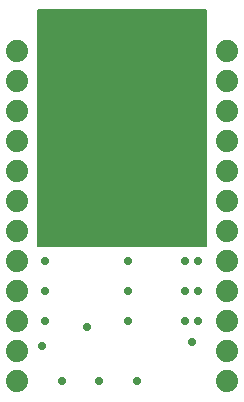
<source format=gbl>
G75*
G70*
%OFA0B0*%
%FSLAX24Y24*%
%IPPOS*%
%LPD*%
%AMOC8*
5,1,8,0,0,1.08239X$1,22.5*
%
%ADD10C,0.0740*%
%ADD11R,0.1500X0.2000*%
%ADD12C,0.0278*%
%ADD13C,0.0060*%
D10*
X001487Y001833D03*
X001487Y002833D03*
X001487Y003833D03*
X001487Y004833D03*
X001487Y005833D03*
X001487Y006833D03*
X001487Y007833D03*
X001487Y008833D03*
X001487Y009833D03*
X001487Y010833D03*
X001487Y011833D03*
X001487Y012833D03*
X008487Y012833D03*
X008487Y011833D03*
X008487Y010833D03*
X008487Y009833D03*
X008487Y008833D03*
X008487Y007833D03*
X008487Y006833D03*
X008487Y005833D03*
X008487Y004833D03*
X008487Y003833D03*
X008487Y002833D03*
X008487Y001833D03*
D11*
X006537Y013233D03*
X003437Y013233D03*
D12*
X003987Y011833D03*
X004437Y010833D03*
X005187Y009833D03*
X005187Y008833D03*
X005187Y007833D03*
X005187Y006833D03*
X005187Y005833D03*
X005187Y004833D03*
X005187Y003833D03*
X005487Y001833D03*
X004237Y001833D03*
X003817Y003633D03*
X002987Y001833D03*
X002307Y003013D03*
X002437Y003833D03*
X002437Y004833D03*
X002437Y005833D03*
X002437Y006833D03*
X002437Y007833D03*
X002437Y008833D03*
X002437Y009833D03*
X002437Y010833D03*
X002437Y011833D03*
X002437Y012833D03*
X002437Y013833D03*
X005987Y011833D03*
X006887Y010833D03*
X007087Y009833D03*
X007537Y009833D03*
X007537Y010833D03*
X007537Y011833D03*
X007537Y012833D03*
X007537Y013833D03*
X007537Y008833D03*
X007087Y008833D03*
X007087Y007833D03*
X007537Y007833D03*
X007537Y006833D03*
X007087Y006833D03*
X007087Y005833D03*
X007537Y005833D03*
X007537Y004833D03*
X007087Y004833D03*
X007087Y003833D03*
X007327Y003133D03*
X007537Y003833D03*
D13*
X007787Y006333D02*
X007787Y014203D01*
X002187Y014203D01*
X002187Y006333D01*
X007787Y006333D01*
X007787Y006364D02*
X002187Y006364D01*
X002187Y006423D02*
X007787Y006423D01*
X007787Y006481D02*
X002187Y006481D01*
X002187Y006540D02*
X007787Y006540D01*
X007787Y006598D02*
X002187Y006598D01*
X002187Y006657D02*
X007787Y006657D01*
X007787Y006715D02*
X002187Y006715D01*
X002187Y006774D02*
X007787Y006774D01*
X007787Y006832D02*
X002187Y006832D01*
X002187Y006891D02*
X007787Y006891D01*
X007787Y006949D02*
X002187Y006949D01*
X002187Y007008D02*
X007787Y007008D01*
X007787Y007066D02*
X002187Y007066D01*
X002187Y007125D02*
X007787Y007125D01*
X007787Y007183D02*
X002187Y007183D01*
X002187Y007242D02*
X007787Y007242D01*
X007787Y007300D02*
X002187Y007300D01*
X002187Y007359D02*
X007787Y007359D01*
X007787Y007417D02*
X002187Y007417D01*
X002187Y007476D02*
X007787Y007476D01*
X007787Y007534D02*
X002187Y007534D01*
X002187Y007593D02*
X007787Y007593D01*
X007787Y007651D02*
X002187Y007651D01*
X002187Y007710D02*
X007787Y007710D01*
X007787Y007768D02*
X002187Y007768D01*
X002187Y007827D02*
X007787Y007827D01*
X007787Y007885D02*
X002187Y007885D01*
X002187Y007944D02*
X007787Y007944D01*
X007787Y008002D02*
X002187Y008002D01*
X002187Y008061D02*
X007787Y008061D01*
X007787Y008119D02*
X002187Y008119D01*
X002187Y008178D02*
X007787Y008178D01*
X007787Y008236D02*
X002187Y008236D01*
X002187Y008295D02*
X007787Y008295D01*
X007787Y008353D02*
X002187Y008353D01*
X002187Y008412D02*
X007787Y008412D01*
X007787Y008470D02*
X002187Y008470D01*
X002187Y008529D02*
X007787Y008529D01*
X007787Y008587D02*
X002187Y008587D01*
X002187Y008646D02*
X007787Y008646D01*
X007787Y008704D02*
X002187Y008704D01*
X002187Y008763D02*
X007787Y008763D01*
X007787Y008821D02*
X002187Y008821D01*
X002187Y008880D02*
X007787Y008880D01*
X007787Y008938D02*
X002187Y008938D01*
X002187Y008997D02*
X007787Y008997D01*
X007787Y009055D02*
X002187Y009055D01*
X002187Y009114D02*
X007787Y009114D01*
X007787Y009172D02*
X002187Y009172D01*
X002187Y009231D02*
X007787Y009231D01*
X007787Y009289D02*
X002187Y009289D01*
X002187Y009348D02*
X007787Y009348D01*
X007787Y009406D02*
X002187Y009406D01*
X002187Y009465D02*
X007787Y009465D01*
X007787Y009523D02*
X002187Y009523D01*
X002187Y009582D02*
X007787Y009582D01*
X007787Y009640D02*
X002187Y009640D01*
X002187Y009699D02*
X007787Y009699D01*
X007787Y009757D02*
X002187Y009757D01*
X002187Y009816D02*
X007787Y009816D01*
X007787Y009874D02*
X002187Y009874D01*
X002187Y009933D02*
X007787Y009933D01*
X007787Y009991D02*
X002187Y009991D01*
X002187Y010050D02*
X007787Y010050D01*
X007787Y010108D02*
X002187Y010108D01*
X002187Y010167D02*
X007787Y010167D01*
X007787Y010225D02*
X002187Y010225D01*
X002187Y010284D02*
X007787Y010284D01*
X007787Y010342D02*
X002187Y010342D01*
X002187Y010401D02*
X007787Y010401D01*
X007787Y010459D02*
X002187Y010459D01*
X002187Y010518D02*
X007787Y010518D01*
X007787Y010576D02*
X002187Y010576D01*
X002187Y010635D02*
X007787Y010635D01*
X007787Y010693D02*
X002187Y010693D01*
X002187Y010752D02*
X007787Y010752D01*
X007787Y010810D02*
X002187Y010810D01*
X002187Y010869D02*
X007787Y010869D01*
X007787Y010927D02*
X002187Y010927D01*
X002187Y010986D02*
X007787Y010986D01*
X007787Y011044D02*
X002187Y011044D01*
X002187Y011103D02*
X007787Y011103D01*
X007787Y011161D02*
X002187Y011161D01*
X002187Y011220D02*
X007787Y011220D01*
X007787Y011278D02*
X002187Y011278D01*
X002187Y011337D02*
X007787Y011337D01*
X007787Y011395D02*
X002187Y011395D01*
X002187Y011454D02*
X007787Y011454D01*
X007787Y011512D02*
X002187Y011512D01*
X002187Y011571D02*
X007787Y011571D01*
X007787Y011629D02*
X002187Y011629D01*
X002187Y011688D02*
X007787Y011688D01*
X007787Y011746D02*
X002187Y011746D01*
X002187Y011805D02*
X007787Y011805D01*
X007787Y011863D02*
X002187Y011863D01*
X002187Y011922D02*
X007787Y011922D01*
X007787Y011980D02*
X002187Y011980D01*
X002187Y012039D02*
X007787Y012039D01*
X007787Y012097D02*
X002187Y012097D01*
X002187Y012156D02*
X007787Y012156D01*
X007787Y012214D02*
X002187Y012214D01*
X002187Y012273D02*
X007787Y012273D01*
X007787Y012331D02*
X002187Y012331D01*
X002187Y012390D02*
X007787Y012390D01*
X007787Y012448D02*
X002187Y012448D01*
X002187Y012507D02*
X007787Y012507D01*
X007787Y012565D02*
X002187Y012565D01*
X002187Y012624D02*
X007787Y012624D01*
X007787Y012682D02*
X002187Y012682D01*
X002187Y012741D02*
X007787Y012741D01*
X007787Y012799D02*
X002187Y012799D01*
X002187Y012858D02*
X007787Y012858D01*
X007787Y012916D02*
X002187Y012916D01*
X002187Y012975D02*
X007787Y012975D01*
X007787Y013033D02*
X002187Y013033D01*
X002187Y013092D02*
X007787Y013092D01*
X007787Y013150D02*
X002187Y013150D01*
X002187Y013209D02*
X007787Y013209D01*
X007787Y013267D02*
X002187Y013267D01*
X002187Y013326D02*
X007787Y013326D01*
X007787Y013384D02*
X002187Y013384D01*
X002187Y013443D02*
X007787Y013443D01*
X007787Y013501D02*
X002187Y013501D01*
X002187Y013560D02*
X007787Y013560D01*
X007787Y013618D02*
X002187Y013618D01*
X002187Y013677D02*
X007787Y013677D01*
X007787Y013735D02*
X002187Y013735D01*
X002187Y013794D02*
X007787Y013794D01*
X007787Y013852D02*
X002187Y013852D01*
X002187Y013911D02*
X007787Y013911D01*
X007787Y013969D02*
X002187Y013969D01*
X002187Y014028D02*
X007787Y014028D01*
X007787Y014086D02*
X002187Y014086D01*
X002187Y014145D02*
X007787Y014145D01*
M02*

</source>
